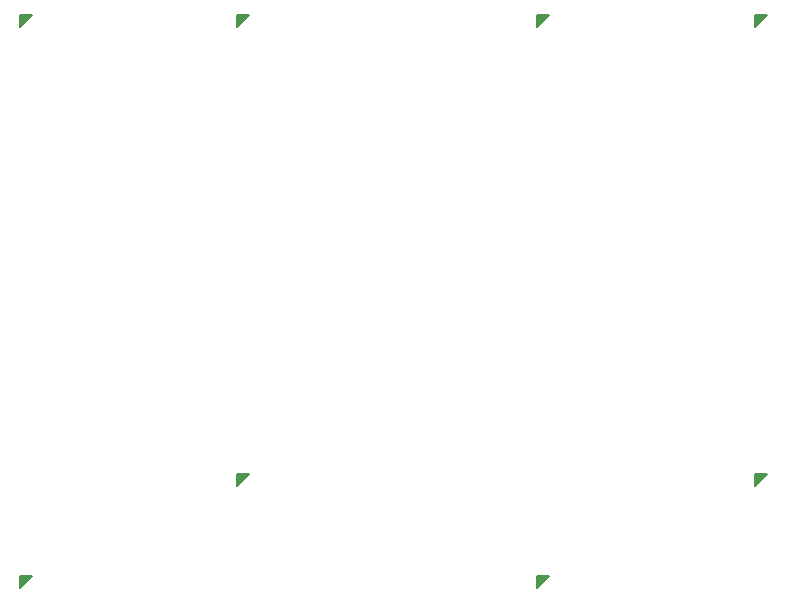
<source format=gbo>
G04 #@! TF.GenerationSoftware,KiCad,Pcbnew,5.1.5+dfsg1-2build2*
G04 #@! TF.CreationDate,2020-12-19T04:10:29+09:00*
G04 #@! TF.ProjectId,shield,73686965-6c64-42e6-9b69-6361645f7063,rev?*
G04 #@! TF.SameCoordinates,Original*
G04 #@! TF.FileFunction,Legend,Bot*
G04 #@! TF.FilePolarity,Positive*
%FSLAX46Y46*%
G04 Gerber Fmt 4.6, Leading zero omitted, Abs format (unit mm)*
G04 Created by KiCad (PCBNEW 5.1.5+dfsg1-2build2) date 2020-12-19 04:10:29*
%MOMM*%
%LPD*%
G04 APERTURE LIST*
%ADD10C,0.150000*%
G04 APERTURE END LIST*
D10*
G36*
X158115000Y-96139000D02*
G01*
X159131000Y-95123000D01*
X158115000Y-95123000D01*
X158115000Y-96139000D01*
G37*
X158115000Y-96139000D02*
X159131000Y-95123000D01*
X158115000Y-95123000D01*
X158115000Y-96139000D01*
G36*
X176530000Y-48641000D02*
G01*
X177546000Y-47625000D01*
X176530000Y-47625000D01*
X176530000Y-48641000D01*
G37*
X176530000Y-48641000D02*
X177546000Y-47625000D01*
X176530000Y-47625000D01*
X176530000Y-48641000D01*
G36*
X158115000Y-48641000D02*
G01*
X159131000Y-47625000D01*
X158115000Y-47625000D01*
X158115000Y-48641000D01*
G37*
X158115000Y-48641000D02*
X159131000Y-47625000D01*
X158115000Y-47625000D01*
X158115000Y-48641000D01*
G36*
X176530000Y-87503000D02*
G01*
X177546000Y-86487000D01*
X176530000Y-86487000D01*
X176530000Y-87503000D01*
G37*
X176530000Y-87503000D02*
X177546000Y-86487000D01*
X176530000Y-86487000D01*
X176530000Y-87503000D01*
G36*
X114300000Y-48641000D02*
G01*
X115316000Y-47625000D01*
X114300000Y-47625000D01*
X114300000Y-48641000D01*
G37*
X114300000Y-48641000D02*
X115316000Y-47625000D01*
X114300000Y-47625000D01*
X114300000Y-48641000D01*
G36*
X114300000Y-96139000D02*
G01*
X115316000Y-95123000D01*
X114300000Y-95123000D01*
X114300000Y-96139000D01*
G37*
X114300000Y-96139000D02*
X115316000Y-95123000D01*
X114300000Y-95123000D01*
X114300000Y-96139000D01*
G36*
X132715000Y-87503000D02*
G01*
X133731000Y-86487000D01*
X132715000Y-86487000D01*
X132715000Y-87503000D01*
G37*
X132715000Y-87503000D02*
X133731000Y-86487000D01*
X132715000Y-86487000D01*
X132715000Y-87503000D01*
G36*
X132715000Y-48641000D02*
G01*
X133731000Y-47625000D01*
X132715000Y-47625000D01*
X132715000Y-48641000D01*
G37*
X132715000Y-48641000D02*
X133731000Y-47625000D01*
X132715000Y-47625000D01*
X132715000Y-48641000D01*
M02*

</source>
